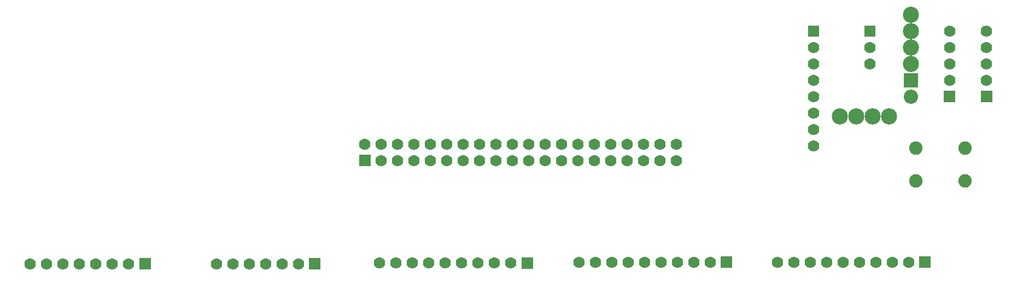
<source format=gts>
G04 Layer: TopSolderMaskLayer*
G04 EasyEDA v6.4.7, 2020-10-28T14:34:13+00:00*
G04 34375fc6649c45b8b31e222808ae9df9,aef87372a4e84f75ab74ab0294ea0b66,10*
G04 Gerber Generator version 0.2*
G04 Scale: 100 percent, Rotated: No, Reflected: No *
G04 Dimensions in millimeters *
G04 leading zeros omitted , absolute positions ,3 integer and 3 decimal *
%FSLAX33Y33*%
%MOMM*%
G90*
D02*

%ADD26C,2.503195*%
%ADD27C,2.082800*%
%ADD28R,1.778000X1.778000*%
%ADD29C,1.778000*%
%ADD30C,1.778813*%
%ADD31C,1.778203*%
%ADD33C,2.203196*%

%LPD*%
G54D26*
G01X131826Y27813D03*
G01X134366Y27813D03*
G01X136906Y27813D03*
G01X139446Y27813D03*
G54D27*
G01X151257Y22860D03*
G01X143637Y22860D03*
G01X151257Y17780D03*
G01X143637Y17780D03*
G36*
G01X153670Y29972D02*
G01X153670Y31750D01*
G01X155448Y31750D01*
G01X155448Y29972D01*
G01X153670Y29972D01*
G37*
G54D29*
G01X154559Y33401D03*
G01X154559Y35941D03*
G01X154559Y38481D03*
G54D30*
G01X154559Y41021D03*
G54D29*
G01X148844Y41021D03*
G01X148844Y38481D03*
G01X148844Y35941D03*
G54D31*
G01X148844Y33401D03*
G36*
G01X147955Y29972D02*
G01X147955Y31750D01*
G01X149733Y31750D01*
G01X149733Y29972D01*
G01X147955Y29972D01*
G37*
G54D28*
G01X136525Y41021D03*
G54D29*
G01X136525Y38481D03*
G01X136525Y35941D03*
G01X127762Y23241D03*
G01X127762Y25781D03*
G01X127762Y28321D03*
G01X127762Y30861D03*
G01X127762Y33401D03*
G01X127762Y35941D03*
G01X127762Y38481D03*
G54D28*
G01X127762Y41021D03*
G54D29*
G01X60579Y5080D03*
G01X63119Y5080D03*
G01X65659Y5080D03*
G01X68199Y5080D03*
G01X70739Y5080D03*
G01X73279Y5080D03*
G01X75819Y5080D03*
G01X78359Y5080D03*
G01X80899Y5080D03*
G36*
G01X82550Y4191D02*
G01X82550Y5969D01*
G01X84328Y5969D01*
G01X84328Y4191D01*
G01X82550Y4191D01*
G37*
G01X122174Y5207D03*
G01X124714Y5207D03*
G01X127254Y5207D03*
G01X129794Y5207D03*
G01X132334Y5207D03*
G01X134874Y5207D03*
G01X137414Y5207D03*
G01X139954Y5207D03*
G01X142494Y5207D03*
G36*
G01X144145Y4318D02*
G01X144145Y6096D01*
G01X145923Y6096D01*
G01X145923Y4318D01*
G01X144145Y4318D01*
G37*
G01X91440Y5207D03*
G01X93980Y5207D03*
G01X96520Y5207D03*
G01X99060Y5207D03*
G01X101600Y5207D03*
G01X104140Y5207D03*
G01X106680Y5207D03*
G01X109220Y5207D03*
G01X111760Y5207D03*
G36*
G01X113411Y4318D02*
G01X113411Y6096D01*
G01X115189Y6096D01*
G01X115189Y4318D01*
G01X113411Y4318D01*
G37*
G01X35306Y4945D03*
G01X37846Y4945D03*
G01X40386Y4945D03*
G01X42926Y4945D03*
G01X45466Y4945D03*
G01X48006Y4945D03*
G36*
G01X49657Y4056D02*
G01X49657Y5834D01*
G01X51435Y5834D01*
G01X51435Y4056D01*
G01X49657Y4056D01*
G37*
G01X6477Y4953D03*
G01X9017Y4953D03*
G01X11557Y4953D03*
G01X14097Y4953D03*
G01X16637Y4953D03*
G01X19177Y4953D03*
G01X21717Y4953D03*
G36*
G01X23368Y4064D02*
G01X23368Y5842D01*
G01X25146Y5842D01*
G01X25146Y4064D01*
G01X23368Y4064D01*
G37*
G36*
G01X141772Y32298D02*
G01X141772Y34503D01*
G01X143977Y34503D01*
G01X143977Y32298D01*
G01X141772Y32298D01*
G37*
G54D33*
G01X142875Y30861D03*
G54D26*
G01X142875Y43561D03*
G01X142875Y41021D03*
G01X142875Y38481D03*
G01X142875Y35941D03*
G54D29*
G01X106553Y23495D03*
G01X104013Y23495D03*
G01X101473Y23495D03*
G01X98933Y23495D03*
G01X96393Y23495D03*
G01X93853Y23495D03*
G01X91313Y23495D03*
G01X88773Y23495D03*
G01X86233Y23495D03*
G01X83693Y23495D03*
G01X81153Y23495D03*
G01X78613Y23495D03*
G01X76073Y23495D03*
G01X73533Y23495D03*
G01X70993Y23495D03*
G01X68453Y23495D03*
G01X65913Y23495D03*
G01X63373Y23495D03*
G01X60833Y23495D03*
G01X58293Y23495D03*
G36*
G01X57404Y20066D02*
G01X57404Y21844D01*
G01X59182Y21844D01*
G01X59182Y20066D01*
G01X57404Y20066D01*
G37*
G01X60833Y20955D03*
G01X63373Y20955D03*
G01X65913Y20955D03*
G01X68453Y20955D03*
G01X70993Y20955D03*
G01X73533Y20955D03*
G01X76073Y20955D03*
G01X78613Y20955D03*
G01X81153Y20955D03*
G01X83693Y20955D03*
G01X86233Y20955D03*
G01X88773Y20955D03*
G01X91313Y20955D03*
G01X96393Y20955D03*
G01X93853Y20955D03*
G01X98933Y20955D03*
G01X101473Y20955D03*
G01X104013Y20955D03*
G01X106553Y20955D03*
M00*
M02*

</source>
